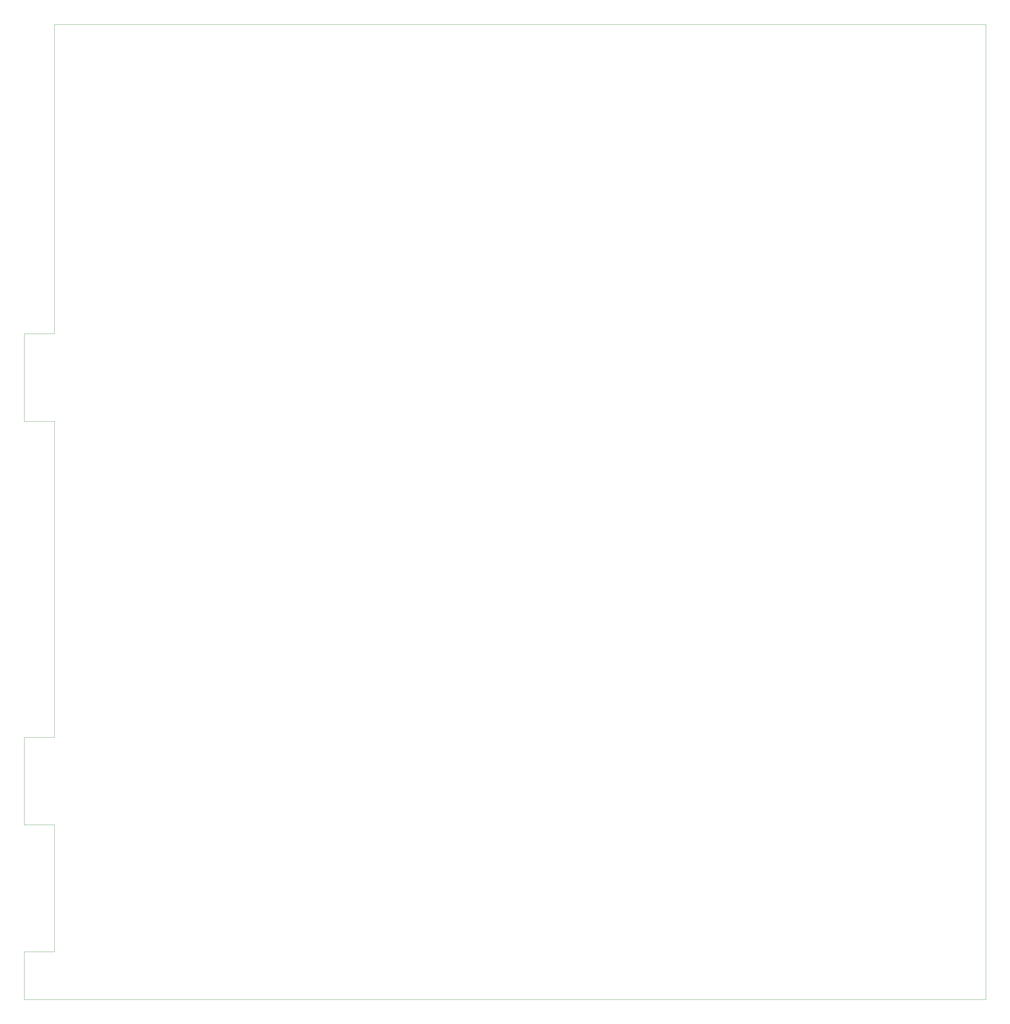
<source format=gbr>
%TF.GenerationSoftware,KiCad,Pcbnew,8.0.2-1*%
%TF.CreationDate,2024-10-14T12:40:27-04:00*%
%TF.ProjectId,EvenLayers_1.3mm_SiPM,4576656e-4c61-4796-9572-735f312e336d,rev?*%
%TF.SameCoordinates,Original*%
%TF.FileFunction,Profile,NP*%
%FSLAX46Y46*%
G04 Gerber Fmt 4.6, Leading zero omitted, Abs format (unit mm)*
G04 Created by KiCad (PCBNEW 8.0.2-1) date 2024-10-14 12:40:27*
%MOMM*%
%LPD*%
G01*
G04 APERTURE LIST*
%TA.AperFunction,Profile*%
%ADD10C,0.050000*%
%TD*%
%TA.AperFunction,Profile*%
%ADD11C,0.100000*%
%TD*%
G04 APERTURE END LIST*
D10*
X66000000Y-273000000D02*
X75000000Y-273000000D01*
X75000000Y-153000000D02*
X66000000Y-153000000D01*
X66000000Y-127000000D02*
X66000000Y-153000000D01*
X66000000Y-324300000D02*
X66000000Y-325000000D01*
X66000000Y-247000000D02*
X75000000Y-247000000D01*
X352000000Y-325000000D02*
X66000000Y-325000000D01*
X75000000Y-35000000D02*
X352000000Y-35000000D01*
X75000000Y-273000000D02*
X75000000Y-310800000D01*
X66000000Y-127000000D02*
X75000000Y-127000000D01*
X66000000Y-315700000D02*
X66000000Y-310800000D01*
X66000000Y-247000000D02*
X66000000Y-273000000D01*
X75000000Y-127000000D02*
X75000000Y-35000000D01*
X352000000Y-35000000D02*
X352000000Y-325000000D01*
X75000000Y-247000000D02*
X75000000Y-153000000D01*
X66000000Y-310800000D02*
X75000000Y-310800000D01*
D11*
%TO.C,REF\u002A\u002A*%
X66000000Y-315700000D02*
X66000000Y-324300000D01*
%TD*%
M02*

</source>
